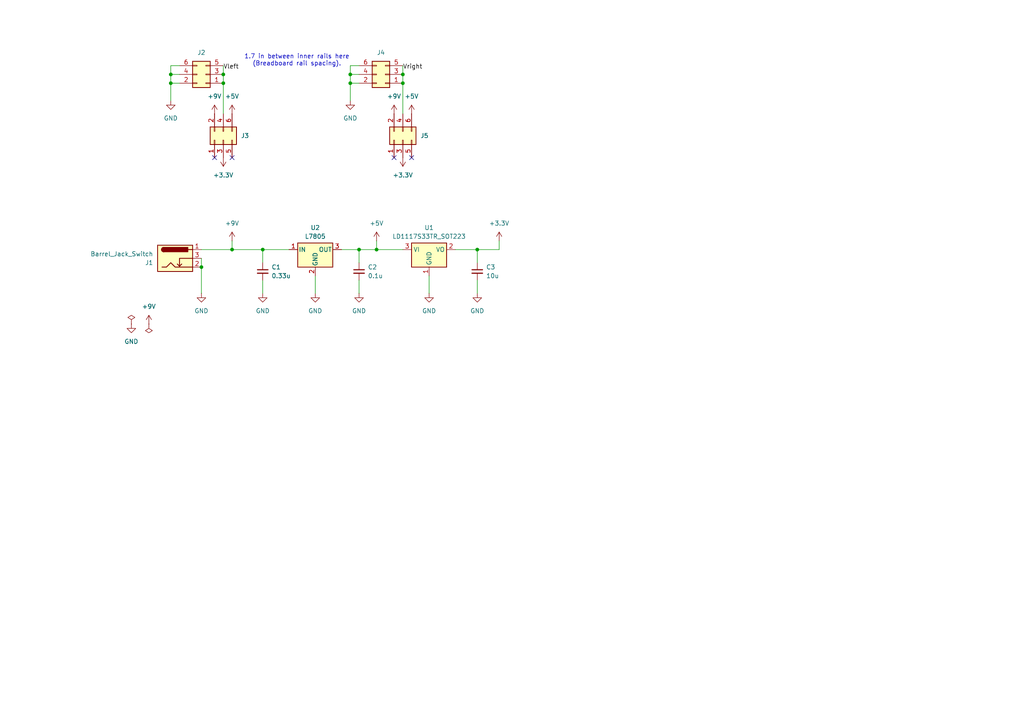
<source format=kicad_sch>
(kicad_sch (version 20231120) (generator "eeschema") (generator_version "8.0")
  (paper "A4")
  (lib_symbols
    (symbol "Connector:Barrel_Jack_Switch" (pin_names hide)
      (property "Reference" "J" (at 0 5.334 0))
      (property "Value" "Barrel_Jack_Switch" (at 0 -5.08 0))
      (symbol "Barrel_Jack_Switch_0_1"
        (rectangle (start -5.08 3.81) (end 5.08 -3.81) (stroke (width 0.254)) (fill (type background)))
        (arc (start -3.302 3.175) (mid -3.9343 2.54) (end -3.302 1.905) (stroke (width 0.254)))
        (arc (start -3.302 3.175) (mid -3.9343 2.54) (end -3.302 1.905) (stroke (width 0.254)) (fill (type outline)))
        (polyline (pts (xy 1.27 -2.286) (xy 1.905 -1.651)) (stroke (width 0.254)))
        (polyline (pts (xy 5.08 2.54) (xy 3.81 2.54)) (stroke (width 0.254)))
        (polyline (pts (xy 5.08 0) (xy 1.27 0) (xy 1.27 -2.286) (xy 0.635 -1.651)) (stroke (width 0.254)))
        (polyline (pts (xy -3.81 -2.54) (xy -2.54 -2.54) (xy -1.27 -1.27) (xy 0 -2.54) (xy 2.54 -2.54) (xy 5.08 -2.54)) (stroke (width 0.254)))
        (rectangle (start 3.683 3.175) (end -3.302 1.905) (stroke (width 0.254)) (fill (type outline)))
      )
      (symbol "Barrel_Jack_Switch_1_1"
        (pin passive line (at 7.62 2.54 180) (length 2.54) (name "~") (number "1"))
        (pin passive line (at 7.62 -2.54 180) (length 2.54) (name "~") (number "2"))
        (pin passive line (at 7.62 0 180) (length 2.54) (name "~") (number "3"))
      )
    )
    (symbol "Connector_Generic:Conn_02x03_Odd_Even" (pin_names (offset 1.016) hide)
      (property "Reference" "J" (at 1.27 5.08 0))
      (property "Value" "Conn_02x03_Odd_Even" (at 1.27 -5.08 0))
      (symbol "Conn_02x03_Odd_Even_1_1"
        (rectangle (start -1.27 -2.413) (end 0 -2.667) (stroke (width 0.1524)))
        (rectangle (start -1.27 0.127) (end 0 -0.127) (stroke (width 0.1524)))
        (rectangle (start -1.27 2.667) (end 0 2.413) (stroke (width 0.1524)))
        (rectangle (start -1.27 3.81) (end 3.81 -3.81) (stroke (width 0.254)) (fill (type background)))
        (rectangle (start 3.81 -2.413) (end 2.54 -2.667) (stroke (width 0.1524)))
        (rectangle (start 3.81 0.127) (end 2.54 -0.127) (stroke (width 0.1524)))
        (rectangle (start 3.81 2.667) (end 2.54 2.413) (stroke (width 0.1524)))
        (pin passive line (at -5.08 2.54 0) (length 3.81) (name "Pin_1") (number "1"))
        (pin passive line (at 7.62 2.54 180) (length 3.81) (name "Pin_2") (number "2"))
        (pin passive line (at -5.08 0 0) (length 3.81) (name "Pin_3") (number "3"))
        (pin passive line (at 7.62 0 180) (length 3.81) (name "Pin_4") (number "4"))
        (pin passive line (at -5.08 -2.54 0) (length 3.81) (name "Pin_5") (number "5"))
        (pin passive line (at 7.62 -2.54 180) (length 3.81) (name "Pin_6") (number "6"))
      )
    )
    (symbol "Device:C_Small" (pin_numbers hide) (pin_names (offset 0.254) hide)
      (property "Reference" "C" (at 0.254 1.778 0))
      (property "Value" "C_Small" (at 0.254 -2.032 0))
      (symbol "C_Small_0_1"
        (polyline (pts (xy -1.524 -0.508) (xy 1.524 -0.508)) (stroke (width 0.3302)))
        (polyline (pts (xy -1.524 0.508) (xy 1.524 0.508)) (stroke (width 0.3048)))
      )
      (symbol "C_Small_1_1"
        (pin passive line (at 0 2.54 270) (length 2.032) (name "~") (number "1"))
        (pin passive line (at 0 -2.54 90) (length 2.032) (name "~") (number "2"))
      )
    )
    (symbol "Regulator_Linear:L7805" (pin_names (offset 0.254))
      (property "Reference" "U" (at -3.81 3.175 0))
      (property "Value" "L7805" (at 0 3.175 0))
      (symbol "L7805_0_1"
        (rectangle (start -5.08 1.905) (end 5.08 -5.08) (stroke (width 0.254)) (fill (type background)))
      )
      (symbol "L7805_1_1"
        (pin power_in line (at -7.62 0 0) (length 2.54) (name "IN") (number "1"))
        (pin power_in line (at 0 -7.62 90) (length 2.54) (name "GND") (number "2"))
        (pin power_out line (at 7.62 0 180) (length 2.54) (name "OUT") (number "3"))
      )
    )
    (symbol "Regulator_Linear:LD1117S33TR_SOT223"
      (property "Reference" "U" (at -3.81 3.175 0))
      (property "Value" "LD1117S33TR_SOT223" (at 0 3.175 0))
      (symbol "LD1117S33TR_SOT223_0_1"
        (rectangle (start -5.08 -5.08) (end 5.08 1.905) (stroke (width 0.254)) (fill (type background)))
      )
      (symbol "LD1117S33TR_SOT223_1_1"
        (pin power_in line (at 0 -7.62 90) (length 2.54) (name "GND") (number "1"))
        (pin power_out line (at 7.62 0 180) (length 2.54) (name "VO") (number "2"))
        (pin power_in line (at -7.62 0 0) (length 2.54) (name "VI") (number "3"))
      )
    )
    (symbol "power:+3.3V" (power) (pin_numbers hide) (pin_names (offset 0) hide)
      (property "Value" "+3.3V" (at 0 3.556 0))
      (symbol "+3.3V_0_1"
        (polyline (pts (xy -0.762 1.27) (xy 0 2.54)))
        (polyline (pts (xy 0 0) (xy 0 2.54)))
        (polyline (pts (xy 0 2.54) (xy 0.762 1.27)))
      )
      (symbol "+3.3V_1_1"
        (pin power_in line (at 0 0 90) (length 0) (name "~") (number "1"))
      )
    )
    (symbol "power:+5V" (power) (pin_numbers hide) (pin_names (offset 0) hide)
      (property "Value" "+5V" (at 0 3.556 0))
      (symbol "+5V_0_1"
        (polyline (pts (xy -0.762 1.27) (xy 0 2.54)))
        (polyline (pts (xy 0 0) (xy 0 2.54)))
        (polyline (pts (xy 0 2.54) (xy 0.762 1.27)))
      )
      (symbol "+5V_1_1"
        (pin power_in line (at 0 0 90) (length 0) (name "~") (number "1"))
      )
    )
    (symbol "power:+9V" (power) (pin_numbers hide) (pin_names (offset 0) hide)
      (property "Value" "+9V" (at 0 3.556 0))
      (symbol "+9V_0_1"
        (polyline (pts (xy -0.762 1.27) (xy 0 2.54)))
        (polyline (pts (xy 0 0) (xy 0 2.54)))
        (polyline (pts (xy 0 2.54) (xy 0.762 1.27)))
      )
      (symbol "+9V_1_1"
        (pin power_in line (at 0 0 90) (length 0) (name "~") (number "1"))
      )
    )
    (symbol "power:GND" (power) (pin_numbers hide) (pin_names (offset 0) hide)
      (property "Value" "GND" (at 0 -3.81 0))
      (symbol "GND_0_1"
        (polyline (pts (xy 0 0) (xy 0 -1.27) (xy 1.27 -1.27) (xy 0 -2.54) (xy -1.27 -1.27) (xy 0 -1.27)))
      )
      (symbol "GND_1_1"
        (pin power_in line (at 0 0 270) (length 0) (name "~") (number "1"))
      )
    )
    (symbol "power:PWR_FLAG" (power) (pin_numbers hide) (pin_names (offset 0) hide)
      (property "Value" "PWR_FLAG" (at 0 3.81 0))
      (symbol "PWR_FLAG_0_0"
        (pin power_out line (at 0 0 90) (length 0) (name "~") (number "1"))
      )
      (symbol "PWR_FLAG_0_1"
        (polyline (pts (xy 0 0) (xy 0 1.27) (xy -1.016 1.905) (xy 0 2.54) (xy 1.016 1.905) (xy 0 1.27)))
      )
    )
  )
  (junction (at 49.53 21.59))
  (junction (at 64.77 21.59))
  (junction (at 64.77 24.13))
  (junction (at 58.42 77.47))
  (junction (at 116.84 21.59))
  (junction (at 76.2 72.39))
  (junction (at 101.6 21.59))
  (junction (at 109.22 72.39))
  (junction (at 138.43 72.39))
  (junction (at 104.14 72.39))
  (junction (at 49.53 24.13))
  (junction (at 101.6 24.13))
  (junction (at 67.31 72.39))
  (junction (at 116.84 24.13))
  (no_connect (at 119.38 45.72))
  (no_connect (at 67.31 45.72))
  (no_connect (at 114.3 45.72))
  (no_connect (at 62.23 45.72))
  (wire (pts (xy 101.6 24.13) (xy 104.14 24.13)))
  (wire (pts (xy 138.43 81.28) (xy 138.43 85.09)))
  (wire (pts (xy 49.53 24.13) (xy 49.53 21.59)))
  (wire (pts (xy 49.53 29.21) (xy 49.53 24.13)))
  (wire (pts (xy 58.42 74.93) (xy 58.42 77.47)))
  (wire (pts (xy 109.22 69.85) (xy 109.22 72.39)))
  (wire (pts (xy 76.2 72.39) (xy 83.82 72.39)))
  (wire (pts (xy 76.2 81.28) (xy 76.2 85.09)))
  (wire (pts (xy 144.78 69.85) (xy 144.78 72.39)))
  (wire (pts (xy 99.06 72.39) (xy 104.14 72.39)))
  (wire (pts (xy 138.43 72.39) (xy 138.43 76.2)))
  (wire (pts (xy 101.6 21.59) (xy 101.6 19.05)))
  (wire (pts (xy 101.6 24.13) (xy 101.6 21.59)))
  (wire (pts (xy 76.2 72.39) (xy 76.2 76.2)))
  (wire (pts (xy 104.14 81.28) (xy 104.14 85.09)))
  (wire (pts (xy 109.22 72.39) (xy 116.84 72.39)))
  (wire (pts (xy 116.84 21.59) (xy 116.84 24.13)))
  (wire (pts (xy 132.08 72.39) (xy 138.43 72.39)))
  (wire (pts (xy 49.53 19.05) (xy 52.07 19.05)))
  (wire (pts (xy 49.53 24.13) (xy 52.07 24.13)))
  (wire (pts (xy 144.78 72.39) (xy 138.43 72.39)))
  (wire (pts (xy 67.31 72.39) (xy 76.2 72.39)))
  (wire (pts (xy 67.31 69.85) (xy 67.31 72.39)))
  (wire (pts (xy 104.14 72.39) (xy 104.14 76.2)))
  (wire (pts (xy 64.77 21.59) (xy 64.77 19.05)))
  (wire (pts (xy 49.53 21.59) (xy 52.07 21.59)))
  (wire (pts (xy 58.42 77.47) (xy 58.42 85.09)))
  (wire (pts (xy 104.14 72.39) (xy 109.22 72.39)))
  (wire (pts (xy 49.53 21.59) (xy 49.53 19.05)))
  (wire (pts (xy 101.6 19.05) (xy 104.14 19.05)))
  (wire (pts (xy 58.42 72.39) (xy 67.31 72.39)))
  (wire (pts (xy 101.6 21.59) (xy 104.14 21.59)))
  (wire (pts (xy 101.6 29.21) (xy 101.6 24.13)))
  (wire (pts (xy 124.46 80.01) (xy 124.46 85.09)))
  (wire (pts (xy 116.84 21.59) (xy 116.84 19.05)))
  (wire (pts (xy 116.84 33.02) (xy 116.84 24.13)))
  (wire (pts (xy 64.77 33.02) (xy 64.77 24.13)))
  (wire (pts (xy 64.77 21.59) (xy 64.77 24.13)))
  (wire (pts (xy 91.44 80.01) (xy 91.44 85.09)))
  (text "1.7 in between inner rails here\n(Breadboard rail spacing)." (at 86.106 17.526 0) (effects (font (size 1.27 1.27))))
  (label "Vright" (at 116.84 20.32 0))
  (label "Vleft" (at 64.77 20.32 0))
  (symbol (lib_id "Regulator_Linear:LD1117S33TR_SOT223") (at 124.46 72.39 0) (unit 1)
    (property "Reference" "U1" (at 124.46 66.04 0))
    (property "Value" "LD1117S33TR_SOT223" (at 124.46 68.58 0))
    (property "Footprint" "Package_TO_SOT_SMD:SOT-223-3_TabPin2" (effects (hide yes)))
    (property "Datasheet" "http://www.st.com/st-web-ui/static/active/en/resource/technical/document/datasheet/CD00000544.pdf" (effects (hide yes)))
    (property "Description" "800mA Fixed Low Drop Positive Voltage Regulator, Fixed Output 3.3V, SOT-223" (effects (hide yes)))
  )
  (symbol (lib_id "Connector_Generic:Conn_02x03_Odd_Even") (at 64.77 40.64 90) (unit 1)
    (property "Reference" "J3" (at 69.85 39.3699 90) (effects (justify right)))
    (property "Value" "Conn_02x03_Counter_Clockwise" (effects (hide yes)))
    (property "Footprint" "Connector_PinHeader_2.54mm:PinHeader_2x03_P2.54mm_Vertical" (effects (hide yes)))
    (property "Description" "Generic connector, double row, 02x03, odd/even pin numbering scheme (row 1 odd numbers, row 2 even numbers), script generated (kicad-library-utils/schlib/autogen/connector/)" (effects (hide yes)))
  )
  (symbol (lib_id "power:+9V") (at 43.18 93.98 0) (unit 1)
    (property "Reference" "#PWR012" (effects (hide yes)))
    (property "Value" "+9V" (at 43.18 88.9 0))
    (property "Description" "Power symbol creates a global label with name \"+9V\"" (effects (hide yes)))
  )
  (symbol (lib_id "power:+9V") (at 114.3 33.02 0) (unit 1)
    (property "Reference" "#PWR017" (effects (hide yes)))
    (property "Value" "+9V" (at 114.3 27.94 0))
    (property "Description" "Power symbol creates a global label with name \"+9V\"" (effects (hide yes)))
  )
  (symbol (lib_id "power:GND") (at 138.43 85.09 0) (unit 1)
    (property "Reference" "#PWR08" (effects (hide yes)))
    (property "Value" "GND" (at 138.43 90.17 0))
    (property "Description" "Power symbol creates a global label with name \"GND\" , ground" (effects (hide yes)))
  )
  (symbol (lib_id "Connector_Generic:Conn_02x03_Odd_Even") (at 59.69 21.59 180) (unit 1)
    (property "Reference" "J2" (at 58.42 15.24 0))
    (property "Value" "Conn_02x03_Counter_Clockwise" (effects (hide yes)))
    (property "Footprint" "Connector_PinHeader_2.54mm:PinHeader_2x03_P2.54mm_Vertical" (effects (hide yes)))
    (property "Description" "Generic connector, double row, 02x03, odd/even pin numbering scheme (row 1 odd numbers, row 2 even numbers), script generated (kicad-library-utils/schlib/autogen/connector/)" (effects (hide yes)))
  )
  (symbol (lib_id "power:PWR_FLAG") (at 43.18 93.98 180) (unit 1)
    (property "Reference" "#FLG01" (effects (hide yes)))
    (property "Value" "PWR_FLAG" (effects (hide yes)))
    (property "Description" "Special symbol for telling ERC where power comes from" (effects (hide yes)))
  )
  (symbol (lib_id "Device:C_Small") (at 138.43 78.74 0) (unit 1)
    (property "Reference" "C3" (at 140.97 77.4762 0) (effects (justify left)))
    (property "Value" "10u" (at 140.97 80.0162 0) (effects (justify left)))
    (property "Footprint" "Capacitor_SMD:C_0201_0603Metric" (effects (hide yes)))
    (property "Description" "Unpolarized capacitor, small symbol" (effects (hide yes)))
  )
  (symbol (lib_id "power:GND") (at 124.46 85.09 0) (unit 1)
    (property "Reference" "#PWR07" (effects (hide yes)))
    (property "Value" "GND" (at 124.46 90.17 0))
    (property "Description" "Power symbol creates a global label with name \"GND\" , ground" (effects (hide yes)))
  )
  (symbol (lib_id "power:+3.3V") (at 144.78 69.85 0) (unit 1)
    (property "Reference" "#PWR010" (effects (hide yes)))
    (property "Value" "+3.3V" (at 144.78 64.77 0))
    (property "Description" "Power symbol creates a global label with name \"+3.3V\"" (effects (hide yes)))
  )
  (symbol (lib_id "power:GND") (at 104.14 85.09 0) (unit 1)
    (property "Reference" "#PWR06" (effects (hide yes)))
    (property "Value" "GND" (at 104.14 90.17 0))
    (property "Description" "Power symbol creates a global label with name \"GND\" , ground" (effects (hide yes)))
  )
  (symbol (lib_id "power:GND") (at 101.6 29.21 0) (unit 1)
    (property "Reference" "#PWR016" (effects (hide yes)))
    (property "Value" "GND" (at 101.6 34.29 0))
    (property "Description" "Power symbol creates a global label with name \"GND\" , ground" (effects (hide yes)))
  )
  (symbol (lib_id "Regulator_Linear:L7805") (at 91.44 72.39 0) (unit 1)
    (property "Reference" "U2" (at 91.44 66.04 0))
    (property "Value" "L7805" (at 91.44 68.58 0))
    (property "Footprint" "Package_TO_SOT_SMD:TO-263-2" (effects (hide yes)))
    (property "Datasheet" "http://www.st.com/content/ccc/resource/technical/document/datasheet/41/4f/b3/b0/12/d4/47/88/CD00000444.pdf/files/CD00000444.pdf/jcr:content/translations/en.CD00000444.pdf" (effects (hide yes)))
    (property "Description" "Positive 1.5A 35V Linear Regulator, Fixed Output 5V, TO-220/TO-263/TO-252" (effects (hide yes)))
  )
  (symbol (lib_id "Connector:Barrel_Jack_Switch") (at 50.8 74.93 0) (unit 1)
    (property "Reference" "J1" (at 44.45 76.2001 0) (effects (justify right)))
    (property "Value" "Barrel_Jack_Switch" (at 44.45 73.6601 0) (effects (justify right)))
    (property "Footprint" "Connector_BarrelJack:BarrelJack_CUI_PJ-102AH_Horizontal" (effects (hide yes)))
    (property "Description" "DC Barrel Jack with an internal switch" (effects (hide yes)))
  )
  (symbol (lib_id "power:+5V") (at 67.31 33.02 0) (unit 1)
    (property "Reference" "#PWR014" (effects (hide yes)))
    (property "Value" "+5V" (at 67.31 27.94 0))
    (property "Description" "Power symbol creates a global label with name \"+5V\"" (effects (hide yes)))
  )
  (symbol (lib_id "power:GND") (at 38.1 93.98 0) (unit 1)
    (property "Reference" "#PWR011" (effects (hide yes)))
    (property "Value" "GND" (at 38.1 99.06 0))
    (property "Description" "Power symbol creates a global label with name \"GND\" , ground" (effects (hide yes)))
  )
  (symbol (lib_id "power:GND") (at 58.42 85.09 0) (unit 1)
    (property "Reference" "#PWR01" (effects (hide yes)))
    (property "Value" "GND" (at 58.42 90.17 0))
    (property "Description" "Power symbol creates a global label with name \"GND\" , ground" (effects (hide yes)))
  )
  (symbol (lib_id "power:GND") (at 49.53 29.21 0) (unit 1)
    (property "Reference" "#PWR013" (effects (hide yes)))
    (property "Value" "GND" (at 49.53 34.29 0))
    (property "Description" "Power symbol creates a global label with name \"GND\" , ground" (effects (hide yes)))
  )
  (symbol (lib_id "Connector_Generic:Conn_02x03_Odd_Even") (at 111.76 21.59 180) (unit 1)
    (property "Reference" "J4" (at 110.49 15.24 0))
    (property "Value" "Conn_02x03_Counter_Clockwise" (effects (hide yes)))
    (property "Footprint" "Connector_PinHeader_2.54mm:PinHeader_2x03_P2.54mm_Vertical" (effects (hide yes)))
    (property "Description" "Generic connector, double row, 02x03, odd/even pin numbering scheme (row 1 odd numbers, row 2 even numbers), script generated (kicad-library-utils/schlib/autogen/connector/)" (effects (hide yes)))
  )
  (symbol (lib_id "power:+5V") (at 109.22 69.85 0) (unit 1)
    (property "Reference" "#PWR04" (effects (hide yes)))
    (property "Value" "+5V" (at 109.22 64.77 0))
    (property "Description" "Power symbol creates a global label with name \"+5V\"" (effects (hide yes)))
  )
  (symbol (lib_id "Device:C_Small") (at 104.14 78.74 0) (unit 1)
    (property "Reference" "C2" (at 106.68 77.4762 0) (effects (justify left)))
    (property "Value" "0.1u" (at 106.68 80.0162 0) (effects (justify left)))
    (property "Footprint" "Capacitor_SMD:C_0201_0603Metric" (effects (hide yes)))
    (property "Description" "Unpolarized capacitor, small symbol" (effects (hide yes)))
  )
  (symbol (lib_id "power:+5V") (at 119.38 33.02 0) (unit 1)
    (property "Reference" "#PWR019" (effects (hide yes)))
    (property "Value" "+5V" (at 119.38 27.94 0))
    (property "Description" "Power symbol creates a global label with name \"+5V\"" (effects (hide yes)))
  )
  (symbol (lib_id "Device:C_Small") (at 76.2 78.74 0) (unit 1)
    (property "Reference" "C1" (at 78.74 77.4762 0) (effects (justify left)))
    (property "Value" "0.33u" (at 78.74 80.0162 0) (effects (justify left)))
    (property "Footprint" "Capacitor_SMD:C_0201_0603Metric" (effects (hide yes)))
    (property "Description" "Unpolarized capacitor, small symbol" (effects (hide yes)))
  )
  (symbol (lib_id "power:+3.3V") (at 64.77 45.72 180) (unit 1)
    (property "Reference" "#PWR015" (effects (hide yes)))
    (property "Value" "+3.3V" (at 64.77 50.8 0))
    (property "Description" "Power symbol creates a global label with name \"+3.3V\"" (effects (hide yes)))
  )
  (symbol (lib_id "power:+3.3V") (at 116.84 45.72 180) (unit 1)
    (property "Reference" "#PWR018" (effects (hide yes)))
    (property "Value" "+3.3V" (at 116.84 50.8 0))
    (property "Description" "Power symbol creates a global label with name \"+3.3V\"" (effects (hide yes)))
  )
  (symbol (lib_id "Connector_Generic:Conn_02x03_Odd_Even") (at 116.84 40.64 90) (unit 1)
    (property "Reference" "J5" (at 121.92 39.3699 90) (effects (justify right)))
    (property "Value" "Conn_02x03_Counter_Clockwise" (effects (hide yes)))
    (property "Footprint" "Connector_PinHeader_2.54mm:PinHeader_2x03_P2.54mm_Vertical" (effects (hide yes)))
    (property "Description" "Generic connector, double row, 02x03, odd/even pin numbering scheme (row 1 odd numbers, row 2 even numbers), script generated (kicad-library-utils/schlib/autogen/connector/)" (effects (hide yes)))
  )
  (symbol (lib_id "power:+9V") (at 67.31 69.85 0) (unit 1)
    (property "Reference" "#PWR03" (effects (hide yes)))
    (property "Value" "+9V" (at 67.31 64.77 0))
    (property "Description" "Power symbol creates a global label with name \"+9V\"" (effects (hide yes)))
  )
  (symbol (lib_id "power:GND") (at 91.44 85.09 0) (unit 1)
    (property "Reference" "#PWR02" (effects (hide yes)))
    (property "Value" "GND" (at 91.44 90.17 0))
    (property "Description" "Power symbol creates a global label with name \"GND\" , ground" (effects (hide yes)))
  )
  (symbol (lib_id "power:GND") (at 76.2 85.09 0) (unit 1)
    (property "Reference" "#PWR05" (effects (hide yes)))
    (property "Value" "GND" (at 76.2 90.17 0))
    (property "Description" "Power symbol creates a global label with name \"GND\" , ground" (effects (hide yes)))
  )
  (symbol (lib_id "power:+9V") (at 62.23 33.02 0) (unit 1)
    (property "Reference" "#PWR09" (effects (hide yes)))
    (property "Value" "+9V" (at 62.23 27.94 0))
    (property "Description" "Power symbol creates a global label with name \"+9V\"" (effects (hide yes)))
  )
  (symbol (lib_id "power:PWR_FLAG") (at 38.1 93.98 0) (unit 1)
    (property "Reference" "#FLG02" (effects (hide yes)))
    (property "Value" "PWR_FLAG" (effects (hide yes)))
    (property "Description" "Special symbol for telling ERC where power comes from" (effects (hide yes)))
  )
)
</source>
